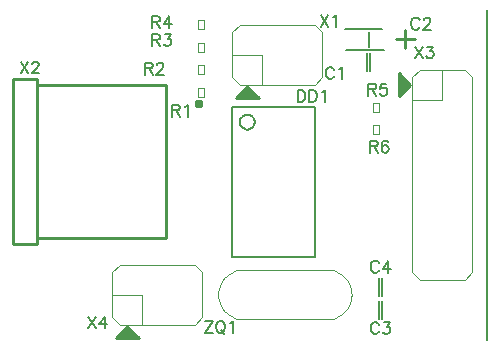
<source format=gto>
G04 Rezonit PCAD EXPORT*
G04 layer position = 4*
G04 layer base position = 4*
G04 layer type = 6*
G04 layer flash color = 12*
G04 layer line color = 12*
G04*
G04  File:            KB4Y805__.GTO, Fri May 20 23:11:06 2022*
G04  Source:          P-CAD 2006 PCB, Version 19.02.958, (D:\PCAD\MSX_KBD\Y805\kb4y805__.PCB)*
G04  Format:          Gerber Format (RS-274-D), ASCII*
G04*
G04  Format Options:  Absolute Positioning*
G04                   Leading-Zero Suppression*
G04                   Scale Factor 1:1*
G04                   NO Circular Interpolation*
G04                   Millimeter Units*
G04                   Numeric Format: 4.4 (XXXX.XXXX)*
G04                   G54 NOT Used for Aperture Change*
G04                   Apertures Embedded*
G04*
G04  File Options:    Offset = (0.000mm,0.000mm)*
G04                   Drill Symbol Size = 0.000mm*
G04                   No Pad/Via Holes*
G04*
G04  File Contents:   No Pads*
G04                   No Vias*
G04                   Designators*
G04                   No Types*
G04                   No Values*
G04                   No Drill Symbols*
G04                   Top Silk*
G04*
%INKB4Y805__.GTO*%
%ICAS*%
%MOMM*%
G04*
G04  Aperture MACROs for general use --- invoked via D-code assignment *
G04*
G04  General MACRO for flashed round with rotation and/or offset hole *
%AMROTOFFROUND*
1,1,$1,0.0000,0.0000*
1,0,$2,$3,$4*%
G04*
G04  General MACRO for flashed oval (obround) with rotation and/or offset hole *
%AMROTOFFOVAL*
21,1,$1,$2,0.0000,0.0000,$3*
1,1,$4,$5,$6*
1,1,$4,0-$5,0-$6*
1,0,$7,$8,$9*%
G04*
G04  General MACRO for flashed oval (obround) with rotation and no hole *
%AMROTOVALNOHOLE*
21,1,$1,$2,0.0000,0.0000,$3*
1,1,$4,$5,$6*
1,1,$4,0-$5,0-$6*%
G04*
G04  General MACRO for flashed rectangle with rotation and/or offset hole *
%AMROTOFFRECT*
21,1,$1,$2,0.0000,0.0000,$3*
1,0,$4,$5,$6*%
G04*
G04  General MACRO for flashed rectangle with rotation and no hole *
%AMROTRECTNOHOLE*
21,1,$1,$2,0.0000,0.0000,$3*%
G04*
G04  General MACRO for flashed rounded-rectangle *
%AMROUNDRECT*
21,1,$1,$2-$4,0.0000,0.0000,$3*
21,1,$1-$4,$2,0.0000,0.0000,$3*
1,1,$4,$5,$6*
1,1,$4,$7,$8*
1,1,$4,0-$5,0-$6*
1,1,$4,0-$7,0-$8*
1,0,$9,$10,$11*%
G04*
G04  General MACRO for flashed rounded-rectangle with rotation and no hole *
%AMROUNDRECTNOHOLE*
21,1,$1,$2-$4,0.0000,0.0000,$3*
21,1,$1-$4,$2,0.0000,0.0000,$3*
1,1,$4,$5,$6*
1,1,$4,$7,$8*
1,1,$4,0-$5,0-$6*
1,1,$4,0-$7,0-$8*%
G04*
G04  General MACRO for flashed regular polygon *
%AMREGPOLY*
5,1,$1,0.0000,0.0000,$2,$3+$4*
1,0,$5,$6,$7*%
G04*
G04  General MACRO for flashed regular polygon with no hole *
%AMREGPOLYNOHOLE*
5,1,$1,0.0000,0.0000,$2,$3+$4*%
G04*
G04  General MACRO for target *
%AMTARGET*
6,0,0,$1,$2,$3,4,$4,$5,$6*%
G04*
G04  General MACRO for mounting hole *
%AMMTHOLE*
1,1,$1,0,0*
1,0,$2,0,0*
$1=$1-$2*
$1=$1/2*
21,1,$2+$1,$3,0,0,$4*
21,1,$3,$2+$1,0,0,$4*%
G04*
G04*
G04  D10 : "Ellipse X0.254mm Y0.254mm H0.000mm 0.0deg (0.000mm,0.000mm) Draw"*
G04  Disc: OuterDia=0.2540*
%ADD10C, 0.2540*%
G04  D11 : "Ellipse X0.300mm Y0.300mm H0.000mm 0.0deg (0.000mm,0.000mm) Draw"*
G04  Disc: OuterDia=0.3000*
%ADD11C, 0.3000*%
G04  D12 : "Ellipse X0.381mm Y0.381mm H0.000mm 0.0deg (0.000mm,0.000mm) Draw"*
G04  Disc: OuterDia=0.3810*
%ADD12C, 0.3810*%
G04  D13 : "Ellipse X0.400mm Y0.400mm H0.000mm 0.0deg (0.000mm,0.000mm) Draw"*
G04  Disc: OuterDia=0.4000*
%ADD13C, 0.4000*%
G04  D14 : "Ellipse X0.500mm Y0.500mm H0.000mm 0.0deg (0.000mm,0.000mm) Draw"*
G04  Disc: OuterDia=0.5000*
%ADD14C, 0.5000*%
G04  D15 : "Ellipse X0.050mm Y0.050mm H0.000mm 0.0deg (0.000mm,0.000mm) Draw"*
G04  Disc: OuterDia=0.0500*
%ADD15C, 0.0500*%
G04  D16 : "Ellipse X0.635mm Y0.635mm H0.000mm 0.0deg (0.000mm,0.000mm) Draw"*
G04  Disc: OuterDia=0.6350*
%ADD16C, 0.6350*%
G04  D17 : "Ellipse X0.100mm Y0.100mm H0.000mm 0.0deg (0.000mm,0.000mm) Draw"*
G04  Disc: OuterDia=0.1000*
%ADD17C, 0.1000*%
G04  D18 : "Ellipse X0.127mm Y0.127mm H0.000mm 0.0deg (0.000mm,0.000mm) Draw"*
G04  Disc: OuterDia=0.1270*
%ADD18C, 0.1270*%
G04  D19 : "Ellipse X0.200mm Y0.200mm H0.000mm 0.0deg (0.000mm,0.000mm) Draw"*
G04  Disc: OuterDia=0.2000*
%ADD19C, 0.2000*%
G04  D20 : "Ellipse X0.250mm Y0.250mm H0.000mm 0.0deg (0.000mm,0.000mm) Draw"*
G04  Disc: OuterDia=0.2500*
%ADD20C, 0.2500*%
G04  D21 : "Ellipse X3.500mm Y3.500mm H0.000mm 0.0deg (0.000mm,0.000mm) Flash"*
G04  Disc: OuterDia=3.5000*
%ADD21C, 3.5000*%
G04  D22 : "Ellipse X3.652mm Y3.652mm H0.000mm 0.0deg (0.000mm,0.000mm) Flash"*
G04  Disc: OuterDia=3.6520*
%ADD22C, 3.6520*%
G04  D23 : "Ellipse X1.500mm Y1.500mm H0.000mm 0.0deg (0.000mm,0.000mm) Flash"*
G04  Disc: OuterDia=1.5000*
%ADD23C, 1.5000*%
G04  D24 : "Ellipse X1.652mm Y1.652mm H0.000mm 0.0deg (0.000mm,0.000mm) Flash"*
G04  Disc: OuterDia=1.6520*
%ADD24C, 1.6520*%
G04  D25 : "Ellipse X1.700mm Y1.700mm H0.000mm 0.0deg (0.000mm,0.000mm) Flash"*
G04  Disc: OuterDia=1.7000*
%ADD25C, 1.7000*%
G04  D26 : "Ellipse X1.852mm Y1.852mm H0.000mm 0.0deg (0.000mm,0.000mm) Flash"*
G04  Disc: OuterDia=1.8520*
%ADD26C, 1.8520*%
G04  D27 : "Ellipse X2.152mm Y2.152mm H0.000mm 0.0deg (0.000mm,0.000mm) Flash"*
G04  Disc: OuterDia=2.1520*
%ADD27C, 2.1520*%
G04  D28 : "Mounting Hole X2.000mm Y2.000mm H0.000mm 0.0deg (0.000mm,0.000mm) Flash"*
G04  Mounting Hole: Diameter=2.0000, Rotation=0.0, LineWidth=0.1270 *
%ADD28MTHOLE, 2.0000 X1.4920 X0.1270 X0.0*%
G04  D29 : "Rectangle X1.500mm Y1.500mm H0.000mm 0.0deg (0.000mm,0.000mm) Flash"*
G04  Square: Side=1.5000, Rotation=0.0, OffsetX=0.0000, OffsetY=0.0000, HoleDia=0.0000*
%ADD29R, 1.5000 X1.5000*%
G04  D30 : "Rectangle X1.524mm Y1.422mm H0.000mm 0.0deg (0.000mm,0.000mm) Flash"*
G04  Rectangular: DimX=1.5240, DimY=1.4224, Rotation=0.0, OffsetX=0.0000, OffsetY=0.0000, HoleDia=0.0000 *
%ADD30R, 1.5240 X1.4224*%
G04  D31 : "Rectangle X1.652mm Y1.652mm H0.000mm 0.0deg (0.000mm,0.000mm) Flash"*
G04  Square: Side=1.6520, Rotation=0.0, OffsetX=0.0000, OffsetY=0.0000, HoleDia=0.0000*
%ADD31R, 1.6520 X1.6520*%
G04  D32 : "Rectangle X1.676mm Y1.574mm H0.000mm 0.0deg (0.000mm,0.000mm) Flash"*
G04  Rectangular: DimX=1.6760, DimY=1.5744, Rotation=0.0, OffsetX=0.0000, OffsetY=0.0000, HoleDia=0.0000 *
%ADD32R, 1.6760 X1.5744*%
G04  D33 : "Rectangle X1.700mm Y1.700mm H0.000mm 0.0deg (0.000mm,0.000mm) Flash"*
G04  Square: Side=1.7000, Rotation=0.0, OffsetX=0.0000, OffsetY=0.0000, HoleDia=0.0000*
%ADD33R, 1.7000 X1.7000*%
G04  D34 : "Rectangle X1.852mm Y1.852mm H0.000mm 0.0deg (0.000mm,0.000mm) Flash"*
G04  Square: Side=1.8520, Rotation=0.0, OffsetX=0.0000, OffsetY=0.0000, HoleDia=0.0000*
%ADD34R, 1.8520 X1.8520*%
G04  D35 : "Rectangle X1.900mm Y1.600mm H0.000mm 0.0deg (0.000mm,0.000mm) Flash"*
G04  Rectangular: DimX=1.9000, DimY=1.6000, Rotation=0.0, OffsetX=0.0000, OffsetY=0.0000, HoleDia=0.0000 *
%ADD35R, 1.9000 X1.6000*%
G04  D36 : "Rectangle X2.000mm Y2.000mm H0.000mm 0.0deg (0.000mm,0.000mm) Flash"*
G04  Square: Side=2.0000, Rotation=0.0, OffsetX=0.0000, OffsetY=0.0000, HoleDia=0.0000*
%ADD36R, 2.0000 X2.0000*%
G04  D37 : "Rectangle X2.032mm Y0.660mm H0.000mm 0.0deg (0.000mm,0.000mm) Flash"*
G04  Rectangular: DimX=2.0320, DimY=0.6604, Rotation=0.0, OffsetX=0.0000, OffsetY=0.0000, HoleDia=0.0000 *
%ADD37R, 2.0320 X0.6604*%
G04  D38 : "Rectangle X2.052mm Y1.752mm H0.000mm 0.0deg (0.000mm,0.000mm) Flash"*
G04  Rectangular: DimX=2.0520, DimY=1.7520, Rotation=0.0, OffsetX=0.0000, OffsetY=0.0000, HoleDia=0.0000 *
%ADD38R, 2.0520 X1.7520*%
G04  D39 : "Rectangle X2.152mm Y2.152mm H0.000mm 0.0deg (0.000mm,0.000mm) Flash"*
G04  Square: Side=2.1520, Rotation=0.0, OffsetX=0.0000, OffsetY=0.0000, HoleDia=0.0000*
%ADD39R, 2.1520 X2.1520*%
G04  D40 : "Rectangle X2.184mm Y0.812mm H0.000mm 0.0deg (0.000mm,0.000mm) Flash"*
G04  Rectangular: DimX=2.1840, DimY=0.8124, Rotation=0.0, OffsetX=0.0000, OffsetY=0.0000, HoleDia=0.0000 *
%ADD40R, 2.1840 X0.8124*%
G04  D41 : "Ellipse X1.016mm Y1.016mm H0.000mm 0.0deg (0.000mm,0.000mm) Flash"*
G04  Disc: OuterDia=1.0160*
%ADD41C, 1.0160*%
G04  D42 : "Ellipse X1.168mm Y1.168mm H0.000mm 0.0deg (0.000mm,0.000mm) Flash"*
G04  Disc: OuterDia=1.1680*
%ADD42C, 1.1680*%
G04*
%FSLAX44Y44*%
%SFA1B1*%
%OFA0.000B0.000*%
G04*
G71*
G90*
G01*
D2*
%LNTop Silk*%
D19*
X673100Y514350*
Y641350D1*
X742950D2*
Y514350D1*
X889000Y723900D2*
Y444500D1*
X742950Y514350D2*
X673100D1*
Y641350D2*
X742950D1*
X692150Y628650D2*
X691666Y626220D1*
X690290Y624159*
X688230Y622783*
X685800Y622300*
X683370Y622783*
X681309Y624159*
X679933Y626220*
X679450Y628650*
X679933Y631080*
X681309Y633140*
X683370Y634516*
X685800Y635000*
X688230Y634516*
X690290Y633140*
X691666Y631080*
X692150Y628650*
D2*
D15*
X643890Y650240*
X648970D1*
Y657860D2*
X643890D1*
Y650240*
X648970D2*
Y657860D1*
D2*
D19*
X621681Y638568*
X626006D1*
X627447Y639048*
X627927Y639529*
X628408Y640490*
Y641451*
X627927Y642412*
X627447Y642892*
X626006Y643373*
X621681*
Y633283*
X625045Y638568D2*
X628408Y633283D1*
X632732Y641451D2*
X633693Y641931D1*
X635134Y643373*
Y633283*
D2*
D18*
X797560Y496570*
Y481330D1*
X800100Y496570D2*
Y481330D1*
D2*
D19*
X797318Y508890*
X796837Y509851D1*
X795877Y510812*
X794916Y511293*
X792994*
X792033Y510812*
X791072Y509851*
X790591Y508890*
X790111Y507449*
Y505047*
X790591Y503605*
X791072Y502644*
X792033Y501683*
X792994Y501203*
X794916*
X795877Y501683*
X796837Y502644*
X797318Y503605*
X805005Y501203D2*
Y511293D1*
X800201Y504566*
X807408*
D2*
D15*
X792480Y637540*
X797560D1*
Y645160D2*
X792480D1*
Y637540*
X797560D2*
Y645160D1*
D2*
D19*
X788051Y656348*
X792376D1*
X793817Y656828*
X794297Y657309*
X794778Y658270*
Y659231*
X794297Y660192*
X793817Y660672*
X792376Y661153*
X788051*
Y651063*
X791415Y656348D2*
X794778Y651063D1*
X803426Y661153D2*
X798622D1*
X798141Y656828*
X798622Y657309*
X800063Y657789*
X801504*
X802946Y657309*
X803907Y656348*
X804387Y654907*
Y653946*
X803907Y652504*
X802946Y651543*
X801504Y651063*
X800063*
X798622Y651543*
X798141Y652024*
X797661Y652985*
D2*
D18*
X797560Y477520*
Y462280D1*
X800100Y477520D2*
Y462280D1*
D2*
D19*
X797318Y456820*
X796837Y457781D1*
X795877Y458742*
X794916Y459223*
X792994*
X792033Y458742*
X791072Y457781*
X790591Y456820*
X790111Y455379*
Y452977*
X790591Y451535*
X791072Y450574*
X792033Y449613*
X792994Y449133*
X794916*
X795877Y449613*
X796837Y450574*
X797318Y451535*
X801162Y459223D2*
X806447D1*
X803564Y455379*
X805005*
X805966Y454898*
X806447Y454418*
X806927Y452977*
Y452016*
X806447Y450574*
X805486Y449613*
X804044Y449133*
X802603*
X801162Y449613*
X800681Y450094*
X800201Y451055*
D2*
D15*
X792480Y618490*
X797560D1*
Y626110D2*
X792480D1*
Y618490*
X797560D2*
Y626110D1*
D2*
D19*
X789321Y608088*
X793646D1*
X795087Y608568*
X795567Y609049*
X796048Y610010*
Y610971*
X795567Y611932*
X795087Y612412*
X793646Y612893*
X789321*
Y602803*
X792685Y608088D2*
X796048Y602803D1*
X805177Y611451D2*
X804696Y612412D1*
X803255Y612893*
X802294*
X800853Y612412*
X799892Y610971*
X799411Y608568*
Y606166*
X799892Y604244*
X800853Y603283*
X802294Y602803*
X802774*
X804216Y603283*
X805177Y604244*
X805657Y605686*
Y606166*
X805177Y607607*
X804216Y608568*
X802774Y609049*
X802294*
X800853Y608568*
X799892Y607607*
X799411Y606166*
X800100Y707500D2*
X768100D1*
X801100Y689500D2*
X769100D1*
D2*
D10*
X827300Y698900*
X811300D1*
X819300Y690900D2*
Y706900D1*
D2*
D19*
X789100Y704500*
Y692500D1*
X831608Y714630D2*
X831127Y715591D1*
X830167Y716552*
X829206Y717033*
X827284*
X826323Y716552*
X825362Y715591*
X824881Y714630*
X824401Y713189*
Y710787*
X824881Y709345*
X825362Y708384*
X826323Y707423*
X827284Y706943*
X829206*
X830167Y707423*
X831127Y708384*
X831608Y709345*
X834971Y714630D2*
Y715111D1*
X835452Y716072*
X835932Y716552*
X836893Y717033*
X838815*
X839776Y716552*
X840256Y716072*
X840737Y715111*
Y714150*
X840256Y713189*
X839295Y711747*
X834491Y706943*
X841217*
D2*
D17*
X749300Y666750*
X742950Y660400D1*
X679450D2*
X673100Y666750D1*
D2*
D10*
X679232Y650240*
X692368D1*
X680239Y651247D2*
X691361D1*
X681246Y652254D2*
X690354D1*
X682253Y653261D2*
X689347D1*
X683260Y654268D2*
X688340D1*
X684267Y655275D2*
X687333D1*
X685274Y656282D2*
X686326D1*
X685800Y658604D2*
X676166Y648970D1*
X695434*
X685800Y658604*
D2*
D17*
X742950Y711200*
X749300Y704850D1*
X673100Y698500D2*
Y704850D1*
X679450Y711200*
X698500Y685800D2*
X673100D1*
X742950Y660400D2*
X679450D1*
Y711200D2*
X742950D1*
X749300Y704850D2*
Y666750D1*
X673100D2*
Y698500D1*
X698500Y660400D2*
Y685800D1*
D2*
D10*
D19*
X747681Y719245*
X754243Y709401D1*
Y719245D2*
X747681Y709401D1*
X758462Y717370D2*
X759400Y717838D1*
X760806Y719245*
Y709401*
D2*
D18*
X789940Y671830*
Y687070D1*
X787400Y671830D2*
Y687070D1*
D2*
D19*
X759218Y672720*
X758737Y673681D1*
X757777Y674642*
X756816Y675123*
X754894*
X753933Y674642*
X752972Y673681*
X752491Y672720*
X752011Y671279*
Y668877*
X752491Y667435*
X752972Y666474*
X753933Y665513*
X754894Y665033*
X756816*
X757777Y665513*
X758737Y666474*
X759218Y667435*
X763542Y673201D2*
X764503Y673681D1*
X765944Y675123*
Y665033*
D2*
D10*
X487680Y525780*
X508000D1*
Y665480D2*
X487680D1*
X508000Y660400D2*
Y665480D1*
Y530860D2*
X617220D1*
X508000Y660400D2*
X617220D1*
Y530860D2*
Y660400D1*
X508000Y525780D2*
Y660400D1*
X487680Y525780D2*
Y665480D1*
D2*
D19*
X493681Y679875*
X500243Y670031D1*
Y679875D2*
X493681Y670031D1*
X503525Y677531D2*
Y678000D1*
X503993Y678937*
X504462Y679406*
X505400Y679875*
X507275*
X508212Y679406*
X508681Y678937*
X509150Y678000*
Y677062*
X508681Y676125*
X507743Y674718*
X503056Y670031*
X509618*
D2*
D17*
X831850Y495300*
X825500Y501650D1*
Y666750D2*
X831850Y673100D1*
X876300Y501650D2*
X869950Y495300D1*
X863600Y673100D2*
X869950D1*
X876300Y666750*
D2*
D10*
X815340Y655009*
X816517D1*
X815340Y656186D2*
X817694D1*
X815340Y657363D2*
X818871D1*
X815340Y658541D2*
X820049D1*
X815340Y659718D2*
X821226D1*
X815340Y660895D2*
X821412D1*
X815340Y662073D2*
X820234D1*
X815340Y663250D2*
X819057D1*
X815340Y664427D2*
X817880D1*
X815340Y665605D2*
X816703D1*
X815340Y666782D2*
X815525D1*
X814070Y670034D2*
Y650766D1*
X823704Y660400*
X814070Y670034*
D2*
D17*
X850900Y647700*
Y673100D1*
X825500Y501650D2*
Y666750D1*
X876300D2*
Y501650D1*
X869950Y495300D2*
X831850D1*
X825500Y647700D2*
X850900D1*
X831850Y673100D2*
X863600D1*
D2*
D10*
D19*
X827691Y692575*
X834253Y682731D1*
Y692575D2*
X827691Y682731D1*
X838003Y692575D2*
X843160D1*
X840347Y688825*
X841753*
X842691Y688356*
X843160Y687887*
X843628Y686481*
Y685543*
X843160Y684137*
X842222Y683200*
X840816Y682731*
X839410*
X838003Y683200*
X837535Y683668*
X837066Y684606*
D2*
D15*
X643890Y707390*
X648970D1*
Y715010D2*
X643890D1*
Y707390*
X648970D2*
Y715010D1*
D2*
D19*
X605171Y713498*
X609496D1*
X610937Y713978*
X611417Y714459*
X611898Y715420*
Y716381*
X611417Y717342*
X610937Y717822*
X609496Y718303*
X605171*
Y708213*
X608535Y713498D2*
X611898Y708213D1*
X619585D2*
Y718303D1*
X614781Y711576*
X621988*
D2*
D17*
X647700Y463550*
X641350Y457200D1*
X577850D2*
X571500Y463550D1*
D2*
D10*
X577632Y447040*
X590768D1*
X578639Y448047D2*
X589761D1*
X579646Y449054D2*
X588754D1*
X580653Y450061D2*
X587747D1*
X581660Y451068D2*
X586740D1*
X582667Y452075D2*
X585733D1*
X583674Y453082D2*
X584726D1*
X584200Y455404D2*
X574566Y445770D1*
X593834*
X584200Y455404*
D2*
D17*
X641350Y508000*
X647700Y501650D1*
X571500Y495300D2*
Y501650D1*
X577850Y508000*
X596900Y482600D2*
X571500D1*
X641350Y457200D2*
X577850D1*
Y508000D2*
X641350D1*
X647700Y501650D2*
Y463550D1*
X571500D2*
Y495300D1*
X596900Y457200D2*
Y482600D1*
D2*
D10*
D19*
X550831Y463975*
X557393Y454131D1*
Y463975D2*
X550831Y454131D1*
X564893D2*
Y463975D1*
X560206Y457412*
X567237*
D2*
D17*
X682100Y461600*
X679568Y461753D1*
X677074Y462210*
X674653Y462964*
X672340Y464005*
X670170Y465317*
X668174Y466881*
X666381Y468674*
X664817Y470670*
X663505Y472840*
X662464Y475153*
X661710Y477574*
X661253Y480068*
X661100Y482600*
X661253Y485131*
X661710Y487625*
X662464Y490046*
X663505Y492359*
X664817Y494529*
X666381Y496525*
X668174Y498318*
X670170Y499882*
X672340Y501194*
X674653Y502235*
X677074Y502989*
X679568Y503446*
X682100Y503600*
X753000D2*
X755531Y503446D1*
X758025Y502989*
X760446Y502235*
X762759Y501194*
X764929Y499882*
X766925Y498318*
X768718Y496525*
X770282Y494529*
X771594Y492359*
X772635Y490046*
X773389Y487625*
X773846Y485131*
X774000Y482600*
X773846Y480068*
X773389Y477574*
X772635Y475153*
X771594Y472840*
X770282Y470670*
X768718Y468674*
X766925Y466881*
X764929Y465317*
X762759Y464005*
X760446Y462964*
X758025Y462210*
X755531Y461753*
X753000Y461600*
X682050Y503500D2*
X753050D1*
Y461500D2*
X682050D1*
D2*
D19*
X649815Y460165*
X656377D1*
X649815Y450321*
X656377*
X662002Y460165D2*
X661065Y459696D1*
X660127Y458758*
X659658Y457821*
X659190Y456415*
Y454071*
X659658Y452665*
X660127Y451727*
X661065Y450790*
X662002Y450321*
X663877*
X664815Y450790*
X665752Y451727*
X666221Y452665*
X666690Y454071*
Y456415*
X666221Y457821*
X665752Y458758*
X664815Y459696*
X663877Y460165*
X662002*
X663408Y452196D2*
X666221Y449383D1*
X670908Y458290D2*
X671846Y458758D1*
X673252Y460165*
Y450321*
D2*
D15*
X643890Y688340*
X648970D1*
Y695960D2*
X643890D1*
Y688340*
X648970D2*
Y695960D1*
D2*
D19*
X605171Y698258*
X609496D1*
X610937Y698738*
X611417Y699219*
X611898Y700180*
Y701141*
X611417Y702102*
X610937Y702582*
X609496Y703063*
X605171*
Y692973*
X608535Y698258D2*
X611898Y692973D1*
X615742Y703063D2*
X621027D1*
X618144Y699219*
X619585*
X620546Y698738*
X621027Y698258*
X621507Y696817*
Y695856*
X621027Y694414*
X620066Y693453*
X618624Y692973*
X617183*
X615742Y693453*
X615261Y693934*
X614781Y694895*
D2*
D15*
X643890Y669290*
X648970D1*
Y676910D2*
X643890D1*
Y669290*
X648970D2*
Y676910D1*
D2*
D19*
X598821Y674128*
X603146D1*
X604587Y674608*
X605067Y675089*
X605548Y676050*
Y677011*
X605067Y677972*
X604587Y678452*
X603146Y678933*
X598821*
Y668843*
X602185Y674128D2*
X605548Y668843D1*
X608911Y676530D2*
Y677011D1*
X609392Y677972*
X609872Y678452*
X610833Y678933*
X612755*
X613716Y678452*
X614196Y677972*
X614677Y677011*
Y676050*
X614196Y675089*
X613235Y673647*
X608431Y668843*
X615157*
D2*
D10*
X643890Y643890*
X645160D1*
X646430Y646430D2*
X642620D1*
Y642620*
X646430*
Y646430*
D2*
D19*
X728315Y655745*
Y645901D1*
X731596*
X733002Y646370*
X733940Y647307*
X734408Y648245*
X734877Y649651*
Y651995*
X734408Y653401*
X733940Y654338*
X733002Y655276*
X731596Y655745*
X728315*
X738158D2*
Y645901D1*
X741439*
X742846Y646370*
X743783Y647307*
X744252Y648245*
X744721Y649651*
Y651995*
X744252Y653401*
X743783Y654338*
X742846Y655276*
X741439Y655745*
X738158*
X748940Y653870D2*
X749877Y654338D1*
X751283Y655745*
Y645901*
D02M02*

</source>
